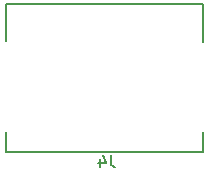
<source format=gbo>
G04 #@! TF.GenerationSoftware,KiCad,Pcbnew,5.1.2-f72e74a~84~ubuntu18.04.1*
G04 #@! TF.CreationDate,2019-07-18T22:32:31+09:00*
G04 #@! TF.ProjectId,dentureRS485,64656e74-7572-4655-9253-3438352e6b69,rev?*
G04 #@! TF.SameCoordinates,Original*
G04 #@! TF.FileFunction,Legend,Bot*
G04 #@! TF.FilePolarity,Positive*
%FSLAX46Y46*%
G04 Gerber Fmt 4.6, Leading zero omitted, Abs format (unit mm)*
G04 Created by KiCad (PCBNEW 5.1.2-f72e74a~84~ubuntu18.04.1) date 2019-07-18 22:32:31*
%MOMM*%
%LPD*%
G04 APERTURE LIST*
%ADD10C,0.150000*%
G04 APERTURE END LIST*
D10*
X112640000Y-60839200D02*
X112640000Y-62519500D01*
X112640000Y-62519500D02*
X129340000Y-62519500D01*
X129340000Y-62519500D02*
X129340000Y-60839200D01*
X112640000Y-53124100D02*
X112640000Y-50019500D01*
X112640000Y-50019500D02*
X129340000Y-50019500D01*
X129340000Y-50019500D02*
X129340000Y-53187600D01*
X121529833Y-62787280D02*
X121529833Y-63501566D01*
X121577452Y-63644423D01*
X121672690Y-63739661D01*
X121815547Y-63787280D01*
X121910785Y-63787280D01*
X120625071Y-63120614D02*
X120625071Y-63787280D01*
X120863166Y-62739661D02*
X121101261Y-63453947D01*
X120482214Y-63453947D01*
M02*

</source>
